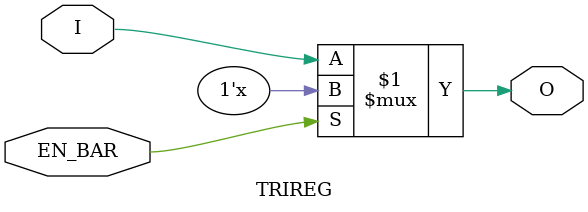
<source format=v>
`timescale 1ns / 1ps

/*
 * Module: 		 TRIREG
 * Function:    An output tristate register, used when forcing signals.
 * 
 * Inputs: 
 *    I
 *	   EN_BAR    (active-low enable)
 * Outputs:
 * 	O
 */ 
module TRIREG(I, O, EN_BAR);
	input I;
	input EN_BAR;
	output O;
	
	assign O = EN_BAR ? 1'bz : I;
	
endmodule

</source>
